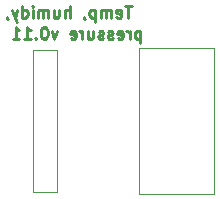
<source format=gbo>
G04 #@! TF.GenerationSoftware,KiCad,Pcbnew,5.1.10-88a1d61d58~90~ubuntu20.04.1*
G04 #@! TF.CreationDate,2021-10-26T15:32:18+01:00*
G04 #@! TF.ProjectId,THP,5448502e-6b69-4636-9164-5f7063625858,rev?*
G04 #@! TF.SameCoordinates,Original*
G04 #@! TF.FileFunction,Legend,Bot*
G04 #@! TF.FilePolarity,Positive*
%FSLAX46Y46*%
G04 Gerber Fmt 4.6, Leading zero omitted, Abs format (unit mm)*
G04 Created by KiCad (PCBNEW 5.1.10-88a1d61d58~90~ubuntu20.04.1) date 2021-10-26 15:32:18*
%MOMM*%
%LPD*%
G01*
G04 APERTURE LIST*
%ADD10C,0.120000*%
%ADD11C,0.250000*%
G04 APERTURE END LIST*
D10*
X1900000Y-6500000D02*
X3900000Y-6500000D01*
X3900000Y-18500000D02*
X3900000Y-6500000D01*
X1900000Y-18500000D02*
X3900000Y-18500000D01*
X1900000Y-18500000D02*
X1900000Y-6500000D01*
X17237700Y-18650000D02*
X10887700Y-18650000D01*
X17237700Y-6350000D02*
X17237700Y-18650000D01*
X17237700Y-6350000D02*
X10887700Y-6350000D01*
X10887700Y-18650000D02*
X10887700Y-6350000D01*
D11*
X11003332Y-4887194D02*
X11003332Y-5887194D01*
X11003332Y-4934813D02*
X10908094Y-4887194D01*
X10717618Y-4887194D01*
X10622380Y-4934813D01*
X10574760Y-4982432D01*
X10527141Y-5077670D01*
X10527141Y-5363384D01*
X10574760Y-5458622D01*
X10622380Y-5506241D01*
X10717618Y-5553860D01*
X10908094Y-5553860D01*
X11003332Y-5506241D01*
X10098570Y-5553860D02*
X10098570Y-4887194D01*
X10098570Y-5077670D02*
X10050951Y-4982432D01*
X10003332Y-4934813D01*
X9908094Y-4887194D01*
X9812856Y-4887194D01*
X9098570Y-5506241D02*
X9193808Y-5553860D01*
X9384284Y-5553860D01*
X9479522Y-5506241D01*
X9527141Y-5411003D01*
X9527141Y-5030051D01*
X9479522Y-4934813D01*
X9384284Y-4887194D01*
X9193808Y-4887194D01*
X9098570Y-4934813D01*
X9050951Y-5030051D01*
X9050951Y-5125289D01*
X9527141Y-5220527D01*
X8669999Y-5506241D02*
X8574760Y-5553860D01*
X8384284Y-5553860D01*
X8289046Y-5506241D01*
X8241427Y-5411003D01*
X8241427Y-5363384D01*
X8289046Y-5268146D01*
X8384284Y-5220527D01*
X8527141Y-5220527D01*
X8622380Y-5172908D01*
X8669999Y-5077670D01*
X8669999Y-5030051D01*
X8622380Y-4934813D01*
X8527141Y-4887194D01*
X8384284Y-4887194D01*
X8289046Y-4934813D01*
X7860475Y-5506241D02*
X7765237Y-5553860D01*
X7574760Y-5553860D01*
X7479522Y-5506241D01*
X7431903Y-5411003D01*
X7431903Y-5363384D01*
X7479522Y-5268146D01*
X7574760Y-5220527D01*
X7717618Y-5220527D01*
X7812856Y-5172908D01*
X7860475Y-5077670D01*
X7860475Y-5030051D01*
X7812856Y-4934813D01*
X7717618Y-4887194D01*
X7574760Y-4887194D01*
X7479522Y-4934813D01*
X6574760Y-4887194D02*
X6574760Y-5553860D01*
X7003332Y-4887194D02*
X7003332Y-5411003D01*
X6955713Y-5506241D01*
X6860475Y-5553860D01*
X6717618Y-5553860D01*
X6622379Y-5506241D01*
X6574760Y-5458622D01*
X6098570Y-5553860D02*
X6098570Y-4887194D01*
X6098570Y-5077670D02*
X6050951Y-4982432D01*
X6003332Y-4934813D01*
X5908094Y-4887194D01*
X5812856Y-4887194D01*
X5098570Y-5506241D02*
X5193808Y-5553860D01*
X5384284Y-5553860D01*
X5479522Y-5506241D01*
X5527141Y-5411003D01*
X5527141Y-5030051D01*
X5479522Y-4934813D01*
X5384284Y-4887194D01*
X5193808Y-4887194D01*
X5098570Y-4934813D01*
X5050951Y-5030051D01*
X5050951Y-5125289D01*
X5527141Y-5220527D01*
X3955713Y-4887194D02*
X3717618Y-5553860D01*
X3479522Y-4887194D01*
X2908094Y-4553860D02*
X2812856Y-4553860D01*
X2717618Y-4601480D01*
X2669999Y-4649099D01*
X2622379Y-4744337D01*
X2574760Y-4934813D01*
X2574760Y-5172908D01*
X2622379Y-5363384D01*
X2669999Y-5458622D01*
X2717618Y-5506241D01*
X2812856Y-5553860D01*
X2908094Y-5553860D01*
X3003332Y-5506241D01*
X3050951Y-5458622D01*
X3098570Y-5363384D01*
X3146189Y-5172908D01*
X3146189Y-4934813D01*
X3098570Y-4744337D01*
X3050951Y-4649099D01*
X3003332Y-4601480D01*
X2908094Y-4553860D01*
X2146189Y-5458622D02*
X2098570Y-5506241D01*
X2146189Y-5553860D01*
X2193808Y-5506241D01*
X2146189Y-5458622D01*
X2146189Y-5553860D01*
X1146189Y-5553860D02*
X1717618Y-5553860D01*
X1431903Y-5553860D02*
X1431903Y-4553860D01*
X1527141Y-4696718D01*
X1622379Y-4791956D01*
X1717618Y-4839575D01*
X193808Y-5553860D02*
X765237Y-5553860D01*
X479522Y-5553860D02*
X479522Y-4553860D01*
X574760Y-4696718D01*
X669999Y-4791956D01*
X765237Y-4839575D01*
X10255713Y-2753860D02*
X9684284Y-2753860D01*
X9969999Y-3753860D02*
X9969999Y-2753860D01*
X8969999Y-3706241D02*
X9065237Y-3753860D01*
X9255713Y-3753860D01*
X9350951Y-3706241D01*
X9398570Y-3611003D01*
X9398570Y-3230051D01*
X9350951Y-3134813D01*
X9255713Y-3087194D01*
X9065237Y-3087194D01*
X8969999Y-3134813D01*
X8922380Y-3230051D01*
X8922380Y-3325289D01*
X9398570Y-3420527D01*
X8493808Y-3753860D02*
X8493808Y-3087194D01*
X8493808Y-3182432D02*
X8446189Y-3134813D01*
X8350951Y-3087194D01*
X8208094Y-3087194D01*
X8112856Y-3134813D01*
X8065237Y-3230051D01*
X8065237Y-3753860D01*
X8065237Y-3230051D02*
X8017618Y-3134813D01*
X7922380Y-3087194D01*
X7779522Y-3087194D01*
X7684284Y-3134813D01*
X7636665Y-3230051D01*
X7636665Y-3753860D01*
X7160475Y-3087194D02*
X7160475Y-4087194D01*
X7160475Y-3134813D02*
X7065237Y-3087194D01*
X6874760Y-3087194D01*
X6779522Y-3134813D01*
X6731903Y-3182432D01*
X6684284Y-3277670D01*
X6684284Y-3563384D01*
X6731903Y-3658622D01*
X6779522Y-3706241D01*
X6874760Y-3753860D01*
X7065237Y-3753860D01*
X7160475Y-3706241D01*
X6208094Y-3706241D02*
X6208094Y-3753860D01*
X6255713Y-3849099D01*
X6303332Y-3896718D01*
X5017618Y-3753860D02*
X5017618Y-2753860D01*
X4589046Y-3753860D02*
X4589046Y-3230051D01*
X4636665Y-3134813D01*
X4731903Y-3087194D01*
X4874760Y-3087194D01*
X4969999Y-3134813D01*
X5017618Y-3182432D01*
X3684284Y-3087194D02*
X3684284Y-3753860D01*
X4112856Y-3087194D02*
X4112856Y-3611003D01*
X4065237Y-3706241D01*
X3969999Y-3753860D01*
X3827141Y-3753860D01*
X3731903Y-3706241D01*
X3684284Y-3658622D01*
X3208094Y-3753860D02*
X3208094Y-3087194D01*
X3208094Y-3182432D02*
X3160475Y-3134813D01*
X3065237Y-3087194D01*
X2922380Y-3087194D01*
X2827141Y-3134813D01*
X2779522Y-3230051D01*
X2779522Y-3753860D01*
X2779522Y-3230051D02*
X2731903Y-3134813D01*
X2636665Y-3087194D01*
X2493808Y-3087194D01*
X2398570Y-3134813D01*
X2350951Y-3230051D01*
X2350951Y-3753860D01*
X1874760Y-3753860D02*
X1874760Y-3087194D01*
X1874760Y-2753860D02*
X1922380Y-2801480D01*
X1874760Y-2849099D01*
X1827141Y-2801480D01*
X1874760Y-2753860D01*
X1874760Y-2849099D01*
X969999Y-3753860D02*
X969999Y-2753860D01*
X969999Y-3706241D02*
X1065237Y-3753860D01*
X1255713Y-3753860D01*
X1350951Y-3706241D01*
X1398570Y-3658622D01*
X1446189Y-3563384D01*
X1446189Y-3277670D01*
X1398570Y-3182432D01*
X1350951Y-3134813D01*
X1255713Y-3087194D01*
X1065237Y-3087194D01*
X969999Y-3134813D01*
X589046Y-3087194D02*
X350951Y-3753860D01*
X112856Y-3087194D02*
X350951Y-3753860D01*
X446189Y-3991956D01*
X493808Y-4039575D01*
X589046Y-4087194D01*
X-315715Y-3706241D02*
X-315715Y-3753860D01*
X-268096Y-3849099D01*
X-220477Y-3896718D01*
M02*

</source>
